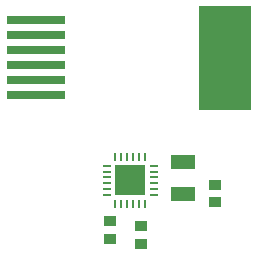
<source format=gtp>
G04 #@! TF.FileFunction,Paste,Top*
%FSLAX46Y46*%
G04 Gerber Fmt 4.6, Leading zero omitted, Abs format (unit mm)*
G04 Created by KiCad (PCBNEW 4.0.6-e0-6349~53~ubuntu16.04.1) date Sat Jul 29 16:25:42 2017*
%MOMM*%
%LPD*%
G01*
G04 APERTURE LIST*
%ADD10C,0.150000*%
%ADD11R,5.000000X0.760000*%
%ADD12R,4.500000X8.800000*%
%ADD13R,2.499360X2.499360*%
%ADD14O,0.800100X0.248920*%
%ADD15O,0.248920X0.800100*%
%ADD16R,1.000760X0.899160*%
%ADD17R,1.000000X0.900000*%
%ADD18R,2.000000X1.250000*%
G04 APERTURE END LIST*
D10*
D11*
X144000000Y-95425000D03*
X144000000Y-97965000D03*
X144000000Y-100505000D03*
X144000000Y-99235000D03*
X144000000Y-101775000D03*
X144000000Y-96695000D03*
D12*
X160050000Y-98600000D03*
D13*
X152000000Y-109000000D03*
D14*
X150001020Y-107750320D03*
X150001020Y-108250700D03*
X150001020Y-108751080D03*
X150001020Y-109248920D03*
X150001020Y-109749300D03*
X150001020Y-110249680D03*
D15*
X150750320Y-110998980D03*
X151250700Y-110998980D03*
X151751080Y-110998980D03*
X152248920Y-110998980D03*
X152749300Y-110998980D03*
X153249680Y-110998980D03*
D14*
X153998980Y-110249680D03*
X153998980Y-109749300D03*
X153998980Y-109248920D03*
X153998980Y-108751080D03*
X153998980Y-108250700D03*
X153998980Y-107750320D03*
D15*
X153249680Y-107001020D03*
X152749300Y-107001020D03*
X152248920Y-107001020D03*
X151751080Y-107001020D03*
X151250700Y-107001020D03*
X150750320Y-107001020D03*
D16*
X159200000Y-109348160D03*
D17*
X159200000Y-110851840D03*
D16*
X152900000Y-114351840D03*
D17*
X152900000Y-112848160D03*
D16*
X150300000Y-113951840D03*
D17*
X150300000Y-112448160D03*
D18*
X156500000Y-110175000D03*
X156500000Y-107425000D03*
M02*

</source>
